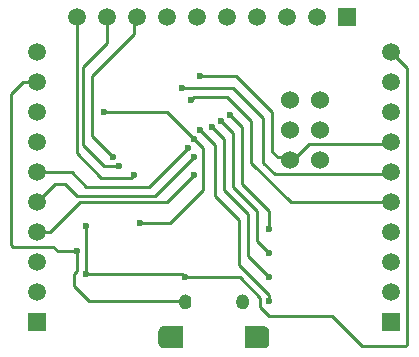
<source format=gbl>
G04*
G04 #@! TF.GenerationSoftware,Altium Limited,Altium Designer,20.2.4 (192)*
G04*
G04 Layer_Physical_Order=2*
G04 Layer_Color=16711680*
%FSLAX25Y25*%
%MOIN*%
G70*
G04*
G04 #@! TF.SameCoordinates,10D436F5-3F1F-4B74-8332-D6DC9BA31C1D*
G04*
G04*
G04 #@! TF.FilePolarity,Positive*
G04*
G01*
G75*
%ADD11C,0.01000*%
%ADD36C,0.06000*%
%ADD40C,0.05906*%
%ADD41R,0.05906X0.05906*%
%ADD42R,0.05906X0.05906*%
%ADD43O,0.03740X0.07480*%
%ADD44C,0.04134*%
%ADD45C,0.02362*%
G36*
X210236Y121752D02*
Y118012D01*
X203886D01*
X203783Y118017D01*
X203680Y118028D01*
X203578Y118044D01*
X203477Y118066D01*
X203378Y118092D01*
X203280Y118124D01*
X203184Y118161D01*
X203089Y118203D01*
X202997Y118250D01*
X202908Y118301D01*
X202822Y118357D01*
X202738Y118418D01*
X202658Y118483D01*
X202582Y118552D01*
X202509Y118625D01*
X202440Y118701D01*
X202375Y118781D01*
X202314Y118865D01*
X202258Y118951D01*
X202206Y119041D01*
X202160Y119132D01*
X202118Y119227D01*
X202081Y119323D01*
X202049Y119421D01*
X202022Y119521D01*
X202001Y119621D01*
X201985Y119723D01*
X201974Y119826D01*
X201969Y119929D01*
Y119980D01*
Y121752D01*
Y123524D01*
Y123575D01*
X201974Y123678D01*
X201985Y123781D01*
X202001Y123882D01*
X202022Y123983D01*
X202049Y124083D01*
X202081Y124181D01*
X202118Y124277D01*
X202160Y124371D01*
X202206Y124463D01*
X202258Y124553D01*
X202314Y124639D01*
X202375Y124722D01*
X202440Y124802D01*
X202509Y124879D01*
X202582Y124952D01*
X202658Y125021D01*
X202738Y125086D01*
X202822Y125146D01*
X202908Y125203D01*
X202997Y125254D01*
X203089Y125301D01*
X203184Y125343D01*
X203280Y125380D01*
X203378Y125412D01*
X203477Y125438D01*
X203578Y125460D01*
X203680Y125476D01*
X203783Y125487D01*
X203886Y125492D01*
X210236D01*
Y121752D01*
D02*
G37*
G36*
X211087Y136018D02*
X211195Y136007D01*
X211302Y135990D01*
X211408Y135967D01*
X211512Y135939D01*
X211615Y135906D01*
X211716Y135867D01*
X211815Y135823D01*
X211912Y135774D01*
X212005Y135720D01*
X212096Y135661D01*
X212184Y135597D01*
X212268Y135529D01*
X212349Y135457D01*
X212425Y135380D01*
X212497Y135300D01*
X212565Y135215D01*
X212629Y135128D01*
X212688Y135037D01*
X212742Y134943D01*
X212791Y134847D01*
X212835Y134748D01*
X212874Y134647D01*
X212908Y134544D01*
X212936Y134439D01*
X212958Y134334D01*
X212975Y134227D01*
X212986Y134119D01*
X212992Y134011D01*
Y133957D01*
Y133169D01*
Y133115D01*
X212986Y133007D01*
X212975Y132899D01*
X212958Y132792D01*
X212936Y132687D01*
X212908Y132582D01*
X212874Y132479D01*
X212835Y132378D01*
X212791Y132279D01*
X212742Y132183D01*
X212688Y132089D01*
X212629Y131998D01*
X212566Y131911D01*
X212497Y131826D01*
X212425Y131746D01*
X212349Y131669D01*
X212268Y131597D01*
X212184Y131529D01*
X212096Y131465D01*
X212005Y131406D01*
X211912Y131352D01*
X211815Y131303D01*
X211717Y131259D01*
X211615Y131220D01*
X211512Y131187D01*
X211408Y131159D01*
X211302Y131136D01*
X211195Y131119D01*
X211087Y131108D01*
X210979Y131102D01*
X210871D01*
X210763Y131108D01*
X210655Y131119D01*
X210548Y131136D01*
X210442Y131159D01*
X210338Y131187D01*
X210235Y131220D01*
X210134Y131259D01*
X210035Y131303D01*
X209939Y131352D01*
X209845Y131406D01*
X209754Y131465D01*
X209666Y131529D01*
X209582Y131597D01*
X209502Y131669D01*
X209425Y131746D01*
X209353Y131826D01*
X209285Y131911D01*
X209221Y131998D01*
X209162Y132089D01*
X209108Y132183D01*
X209059Y132279D01*
X209015Y132378D01*
X208976Y132479D01*
X208943Y132582D01*
X208915Y132687D01*
X208892Y132792D01*
X208875Y132899D01*
X208864Y133007D01*
X208858Y133115D01*
Y133169D01*
Y133957D01*
Y134011D01*
X208864Y134119D01*
X208875Y134227D01*
X208892Y134334D01*
X208915Y134439D01*
X208943Y134544D01*
X208976Y134647D01*
X209015Y134748D01*
X209059Y134847D01*
X209108Y134943D01*
X209162Y135037D01*
X209221Y135128D01*
X209285Y135215D01*
X209353Y135300D01*
X209425Y135380D01*
X209502Y135457D01*
X209582Y135529D01*
X209666Y135597D01*
X209754Y135661D01*
X209845Y135720D01*
X209939Y135774D01*
X210035Y135823D01*
X210134Y135867D01*
X210235Y135906D01*
X210338Y135939D01*
X210442Y135967D01*
X210548Y135990D01*
X210655Y136007D01*
X210763Y136018D01*
X210871Y136024D01*
X210979D01*
X211087Y136018D01*
D02*
G37*
G36*
X237162Y125487D02*
X237265Y125476D01*
X237367Y125460D01*
X237468Y125438D01*
X237567Y125412D01*
X237665Y125380D01*
X237761Y125343D01*
X237856Y125301D01*
X237948Y125254D01*
X238037Y125203D01*
X238123Y125146D01*
X238207Y125086D01*
X238287Y125021D01*
X238363Y124952D01*
X238436Y124879D01*
X238505Y124802D01*
X238570Y124722D01*
X238631Y124639D01*
X238687Y124553D01*
X238738Y124463D01*
X238785Y124371D01*
X238827Y124277D01*
X238864Y124181D01*
X238896Y124083D01*
X238923Y123983D01*
X238944Y123882D01*
X238960Y123781D01*
X238971Y123678D01*
X238976Y123575D01*
Y123524D01*
Y121752D01*
Y119980D01*
Y119929D01*
X238971Y119826D01*
X238960Y119723D01*
X238944Y119621D01*
X238923Y119521D01*
X238896Y119421D01*
X238864Y119323D01*
X238827Y119227D01*
X238785Y119132D01*
X238738Y119041D01*
X238687Y118951D01*
X238631Y118865D01*
X238570Y118781D01*
X238505Y118701D01*
X238436Y118625D01*
X238363Y118552D01*
X238287Y118483D01*
X238207Y118418D01*
X238123Y118357D01*
X238037Y118301D01*
X237948Y118250D01*
X237856Y118203D01*
X237761Y118161D01*
X237665Y118124D01*
X237567Y118092D01*
X237468Y118066D01*
X237367Y118044D01*
X237265Y118028D01*
X237162Y118017D01*
X237059Y118012D01*
X230709D01*
Y121752D01*
Y125492D01*
X237059D01*
X237162Y125487D01*
D02*
G37*
G36*
X230182Y136018D02*
X230290Y136007D01*
X230397Y135990D01*
X230502Y135967D01*
X230607Y135939D01*
X230710Y135906D01*
X230811Y135867D01*
X230910Y135823D01*
X231006Y135774D01*
X231100Y135720D01*
X231191Y135661D01*
X231278Y135597D01*
X231363Y135529D01*
X231443Y135457D01*
X231520Y135380D01*
X231592Y135300D01*
X231660Y135215D01*
X231724Y135128D01*
X231783Y135037D01*
X231837Y134943D01*
X231886Y134847D01*
X231930Y134748D01*
X231969Y134647D01*
X232002Y134544D01*
X232030Y134439D01*
X232053Y134334D01*
X232070Y134227D01*
X232081Y134119D01*
X232087Y134011D01*
Y133957D01*
Y133169D01*
Y133115D01*
X232081Y133007D01*
X232070Y132899D01*
X232053Y132792D01*
X232030Y132687D01*
X232002Y132582D01*
X231969Y132479D01*
X231930Y132378D01*
X231886Y132279D01*
X231837Y132183D01*
X231783Y132089D01*
X231724Y131998D01*
X231660Y131911D01*
X231592Y131826D01*
X231520Y131746D01*
X231443Y131669D01*
X231363Y131597D01*
X231278Y131529D01*
X231191Y131465D01*
X231100Y131406D01*
X231006Y131352D01*
X230910Y131303D01*
X230811Y131259D01*
X230710Y131220D01*
X230607Y131187D01*
X230502Y131159D01*
X230397Y131136D01*
X230290Y131119D01*
X230182Y131108D01*
X230074Y131102D01*
X229966D01*
X229857Y131108D01*
X229750Y131119D01*
X229643Y131136D01*
X229537Y131159D01*
X229432Y131187D01*
X229329Y131220D01*
X229228Y131259D01*
X229130Y131303D01*
X229033Y131352D01*
X228939Y131406D01*
X228849Y131465D01*
X228761Y131529D01*
X228677Y131597D01*
X228596Y131669D01*
X228520Y131746D01*
X228447Y131826D01*
X228379Y131911D01*
X228316Y131998D01*
X228257Y132089D01*
X228203Y132183D01*
X228153Y132279D01*
X228110Y132378D01*
X228071Y132479D01*
X228037Y132582D01*
X228009Y132687D01*
X227987Y132792D01*
X227970Y132899D01*
X227958Y133007D01*
X227953Y133115D01*
Y133169D01*
Y133957D01*
Y134011D01*
X227958Y134119D01*
X227970Y134227D01*
X227987Y134334D01*
X228009Y134439D01*
X228037Y134544D01*
X228071Y134647D01*
X228110Y134748D01*
X228153Y134847D01*
X228203Y134943D01*
X228257Y135037D01*
X228316Y135128D01*
X228379Y135215D01*
X228447Y135300D01*
X228520Y135380D01*
X228596Y135457D01*
X228677Y135529D01*
X228761Y135597D01*
X228849Y135661D01*
X228939Y135720D01*
X229033Y135774D01*
X229130Y135823D01*
X229228Y135867D01*
X229329Y135906D01*
X229432Y135939D01*
X229537Y135967D01*
X229643Y135990D01*
X229750Y136007D01*
X229857Y136018D01*
X229965Y136024D01*
X230074D01*
X230182Y136018D01*
D02*
G37*
%LPC*%
G36*
X207118Y124705D02*
X206170D01*
X206108Y124701D01*
X206047Y124695D01*
X205985Y124685D01*
X205925Y124672D01*
X205865Y124656D01*
X205806Y124637D01*
X205749Y124615D01*
X205692Y124590D01*
X205637Y124562D01*
X205584Y124531D01*
X205532Y124497D01*
X205482Y124461D01*
X205434Y124422D01*
X205387Y124381D01*
X205344Y124337D01*
X205302Y124291D01*
X205263Y124243D01*
X205227Y124193D01*
X205193Y124141D01*
X205162Y124087D01*
X205134Y124032D01*
X205109Y123976D01*
X205087Y123918D01*
X205068Y123859D01*
X205052Y123799D01*
X205039Y123739D01*
X205029Y123678D01*
X205023Y123616D01*
X205020Y123555D01*
Y123524D01*
Y121752D01*
Y119882D01*
Y119853D01*
X205023Y119797D01*
X205029Y119740D01*
X205037Y119685D01*
X205049Y119629D01*
X205064Y119574D01*
X205081Y119520D01*
X205102Y119467D01*
X205125Y119416D01*
X205151Y119365D01*
X205179Y119316D01*
X205210Y119268D01*
X205243Y119223D01*
X205279Y119178D01*
X205317Y119136D01*
X205357Y119096D01*
X205399Y119058D01*
X205443Y119023D01*
X205489Y118989D01*
X205537Y118958D01*
X205586Y118930D01*
X205636Y118904D01*
X205688Y118881D01*
X205741Y118861D01*
X205795Y118843D01*
X205850Y118829D01*
X205905Y118817D01*
X205961Y118808D01*
X206017Y118802D01*
X206074Y118799D01*
X207118D01*
X207179Y118802D01*
X207241Y118809D01*
X207302Y118819D01*
X207362Y118831D01*
X207422Y118848D01*
X207481Y118867D01*
X207539Y118889D01*
X207595Y118914D01*
X207650Y118942D01*
X207704Y118973D01*
X207756Y119007D01*
X207806Y119043D01*
X207854Y119082D01*
X207900Y119123D01*
X207944Y119167D01*
X207985Y119213D01*
X208024Y119261D01*
X208060Y119311D01*
X208094Y119363D01*
X208125Y119416D01*
X208153Y119472D01*
X208178Y119528D01*
X208200Y119586D01*
X208220Y119645D01*
X208236Y119704D01*
X208248Y119765D01*
X208258Y119826D01*
X208264Y119888D01*
X208268Y119949D01*
Y119980D01*
Y121752D01*
Y123524D01*
Y123555D01*
X208264Y123616D01*
X208258Y123678D01*
X208248Y123739D01*
X208236Y123799D01*
X208220Y123859D01*
X208200Y123918D01*
X208178Y123976D01*
X208153Y124032D01*
X208125Y124087D01*
X208094Y124141D01*
X208060Y124193D01*
X208024Y124243D01*
X207985Y124291D01*
X207944Y124337D01*
X207900Y124381D01*
X207854Y124422D01*
X207806Y124461D01*
X207756Y124497D01*
X207704Y124531D01*
X207650Y124562D01*
X207595Y124590D01*
X207539Y124615D01*
X207481Y124637D01*
X207422Y124656D01*
X207362Y124672D01*
X207302Y124685D01*
X207241Y124695D01*
X207179Y124701D01*
X207118Y124705D01*
D02*
G37*
G36*
X210959Y135236D02*
X210892D01*
X210825Y135233D01*
X210758Y135226D01*
X210692Y135215D01*
X210626Y135201D01*
X210562Y135184D01*
X210498Y135163D01*
X210435Y135139D01*
X210374Y135112D01*
X210314Y135082D01*
X210256Y135048D01*
X210200Y135011D01*
X210146Y134972D01*
X210094Y134930D01*
X210044Y134885D01*
X209997Y134838D01*
X209952Y134788D01*
X209910Y134736D01*
X209870Y134682D01*
X209834Y134625D01*
X209800Y134567D01*
X209770Y134508D01*
X209743Y134447D01*
X209719Y134384D01*
X209698Y134320D01*
X209681Y134256D01*
X209667Y134190D01*
X209656Y134124D01*
X209649Y134057D01*
X209646Y133990D01*
Y133957D01*
Y133169D01*
Y133136D01*
X209649Y133069D01*
X209656Y133002D01*
X209667Y132936D01*
X209681Y132870D01*
X209698Y132806D01*
X209719Y132742D01*
X209743Y132679D01*
X209770Y132618D01*
X209800Y132559D01*
X209834Y132501D01*
X209870Y132444D01*
X209910Y132390D01*
X209952Y132338D01*
X209997Y132288D01*
X210044Y132241D01*
X210094Y132196D01*
X210146Y132154D01*
X210200Y132114D01*
X210256Y132078D01*
X210314Y132044D01*
X210374Y132014D01*
X210435Y131987D01*
X210498Y131963D01*
X210562Y131942D01*
X210626Y131925D01*
X210692Y131911D01*
X210758Y131900D01*
X210825Y131893D01*
X210892Y131890D01*
X210959D01*
X211026Y131893D01*
X211092Y131900D01*
X211158Y131911D01*
X211224Y131925D01*
X211289Y131942D01*
X211352Y131963D01*
X211415Y131987D01*
X211476Y132014D01*
X211536Y132044D01*
X211594Y132078D01*
X211650Y132114D01*
X211704Y132154D01*
X211756Y132196D01*
X211806Y132241D01*
X211854Y132288D01*
X211898Y132338D01*
X211941Y132390D01*
X211980Y132444D01*
X212017Y132501D01*
X212050Y132559D01*
X212081Y132618D01*
X212108Y132679D01*
X212132Y132742D01*
X212152Y132806D01*
X212170Y132870D01*
X212184Y132936D01*
X212194Y133002D01*
X212201Y133069D01*
X212205Y133136D01*
Y133169D01*
Y133957D01*
Y133990D01*
X212201Y134057D01*
X212194Y134124D01*
X212184Y134190D01*
X212170Y134256D01*
X212152Y134320D01*
X212132Y134384D01*
X212108Y134447D01*
X212081Y134508D01*
X212050Y134567D01*
X212017Y134625D01*
X211980Y134682D01*
X211941Y134736D01*
X211898Y134788D01*
X211854Y134838D01*
X211806Y134885D01*
X211756Y134930D01*
X211704Y134972D01*
X211650Y135011D01*
X211594Y135048D01*
X211536Y135082D01*
X211476Y135112D01*
X211415Y135139D01*
X211352Y135163D01*
X211289Y135184D01*
X211224Y135201D01*
X211158Y135215D01*
X211092Y135226D01*
X211026Y135233D01*
X210959Y135236D01*
D02*
G37*
G36*
X234871Y124705D02*
X233827D01*
X233766Y124701D01*
X233704Y124695D01*
X233643Y124685D01*
X233582Y124672D01*
X233523Y124656D01*
X233464Y124637D01*
X233406Y124615D01*
X233350Y124590D01*
X233295Y124562D01*
X233241Y124531D01*
X233189Y124497D01*
X233139Y124461D01*
X233091Y124422D01*
X233045Y124381D01*
X233001Y124337D01*
X232960Y124291D01*
X232921Y124243D01*
X232885Y124193D01*
X232851Y124141D01*
X232820Y124087D01*
X232792Y124032D01*
X232767Y123976D01*
X232745Y123918D01*
X232725Y123859D01*
X232709Y123799D01*
X232697Y123739D01*
X232687Y123678D01*
X232680Y123616D01*
X232677Y123555D01*
Y123524D01*
Y121752D01*
Y119980D01*
Y119949D01*
X232680Y119888D01*
X232687Y119826D01*
X232697Y119765D01*
X232709Y119704D01*
X232725Y119645D01*
X232745Y119586D01*
X232767Y119528D01*
X232792Y119472D01*
X232820Y119416D01*
X232851Y119363D01*
X232885Y119311D01*
X232921Y119261D01*
X232960Y119213D01*
X233001Y119167D01*
X233045Y119123D01*
X233091Y119082D01*
X233139Y119043D01*
X233189Y119007D01*
X233241Y118973D01*
X233295Y118942D01*
X233350Y118914D01*
X233406Y118889D01*
X233464Y118867D01*
X233523Y118848D01*
X233582Y118831D01*
X233643Y118819D01*
X233704Y118809D01*
X233766Y118802D01*
X233827Y118799D01*
X234775D01*
X234837Y118802D01*
X234898Y118809D01*
X234959Y118819D01*
X235020Y118831D01*
X235080Y118848D01*
X235139Y118867D01*
X235196Y118889D01*
X235253Y118914D01*
X235308Y118942D01*
X235361Y118973D01*
X235413Y119007D01*
X235463Y119043D01*
X235511Y119082D01*
X235557Y119123D01*
X235601Y119167D01*
X235643Y119213D01*
X235682Y119261D01*
X235718Y119311D01*
X235752Y119363D01*
X235782Y119417D01*
X235810Y119472D01*
X235836Y119528D01*
X235858Y119586D01*
X235877Y119645D01*
X235893Y119704D01*
X235906Y119765D01*
X235915Y119826D01*
X235922Y119888D01*
X235925Y119949D01*
Y119980D01*
Y121752D01*
Y123622D01*
Y123650D01*
X235922Y123707D01*
X235916Y123763D01*
X235907Y123819D01*
X235896Y123875D01*
X235881Y123930D01*
X235863Y123984D01*
X235843Y124037D01*
X235820Y124088D01*
X235794Y124139D01*
X235766Y124188D01*
X235735Y124235D01*
X235702Y124281D01*
X235666Y124325D01*
X235628Y124368D01*
X235588Y124408D01*
X235546Y124446D01*
X235502Y124481D01*
X235456Y124515D01*
X235408Y124546D01*
X235359Y124574D01*
X235309Y124600D01*
X235257Y124623D01*
X235204Y124643D01*
X235150Y124661D01*
X235095Y124675D01*
X235040Y124687D01*
X234984Y124696D01*
X234928Y124702D01*
X234871Y124705D01*
D02*
G37*
G36*
X230053Y135236D02*
X229986D01*
X229919Y135233D01*
X229853Y135226D01*
X229786Y135215D01*
X229721Y135201D01*
X229656Y135184D01*
X229592Y135163D01*
X229530Y135139D01*
X229469Y135112D01*
X229409Y135082D01*
X229351Y135048D01*
X229295Y135011D01*
X229240Y134972D01*
X229188Y134930D01*
X229139Y134885D01*
X229091Y134838D01*
X229046Y134788D01*
X229004Y134736D01*
X228965Y134682D01*
X228928Y134625D01*
X228895Y134567D01*
X228864Y134508D01*
X228837Y134447D01*
X228813Y134384D01*
X228792Y134320D01*
X228775Y134256D01*
X228761Y134190D01*
X228751Y134124D01*
X228744Y134057D01*
X228740Y133990D01*
Y133957D01*
Y133169D01*
Y133136D01*
X228744Y133069D01*
X228751Y133002D01*
X228761Y132936D01*
X228775Y132870D01*
X228792Y132806D01*
X228813Y132742D01*
X228837Y132679D01*
X228864Y132618D01*
X228895Y132559D01*
X228928Y132501D01*
X228965Y132444D01*
X229004Y132390D01*
X229046Y132338D01*
X229091Y132288D01*
X229139Y132241D01*
X229188Y132196D01*
X229240Y132154D01*
X229295Y132114D01*
X229351Y132078D01*
X229409Y132044D01*
X229469Y132014D01*
X229530Y131987D01*
X229592Y131963D01*
X229656Y131942D01*
X229721Y131925D01*
X229786Y131911D01*
X229853Y131900D01*
X229919Y131893D01*
X229986Y131890D01*
X230053D01*
X230120Y131893D01*
X230187Y131900D01*
X230253Y131911D01*
X230318Y131925D01*
X230383Y131942D01*
X230447Y131963D01*
X230509Y131987D01*
X230571Y132014D01*
X230630Y132044D01*
X230689Y132078D01*
X230745Y132114D01*
X230799Y132154D01*
X230851Y132196D01*
X230901Y132241D01*
X230948Y132288D01*
X230993Y132338D01*
X231035Y132390D01*
X231075Y132444D01*
X231111Y132501D01*
X231144Y132559D01*
X231175Y132618D01*
X231202Y132679D01*
X231226Y132742D01*
X231247Y132806D01*
X231264Y132870D01*
X231278Y132936D01*
X231289Y133002D01*
X231296Y133069D01*
X231299Y133136D01*
Y133169D01*
Y133957D01*
Y133990D01*
X231296Y134057D01*
X231289Y134124D01*
X231278Y134190D01*
X231264Y134256D01*
X231247Y134320D01*
X231226Y134384D01*
X231202Y134447D01*
X231175Y134508D01*
X231144Y134567D01*
X231111Y134625D01*
X231075Y134682D01*
X231035Y134736D01*
X230993Y134788D01*
X230948Y134838D01*
X230901Y134885D01*
X230851Y134930D01*
X230799Y134972D01*
X230745Y135011D01*
X230689Y135048D01*
X230630Y135082D01*
X230571Y135112D01*
X230509Y135139D01*
X230447Y135163D01*
X230383Y135184D01*
X230318Y135201D01*
X230253Y135215D01*
X230187Y135226D01*
X230120Y135233D01*
X230053Y135236D01*
D02*
G37*
%LPD*%
D11*
X184000Y197000D02*
X205000D01*
X214000Y188000D01*
X216000Y191000D02*
X221000Y186000D01*
X180000Y189000D02*
Y209000D01*
Y189000D02*
X187000Y182000D01*
X180000Y209000D02*
X194000Y223000D01*
X177000Y186000D02*
X184000Y179000D01*
X177000Y212000D02*
X184724Y219724D01*
X177000Y186000D02*
Y212000D01*
X174724Y183276D02*
X183000Y175000D01*
X174724Y183276D02*
Y228346D01*
X196000Y160000D02*
X206000D01*
X217000Y171000D01*
X214000Y188000D02*
X217000Y185000D01*
Y171000D02*
Y185000D01*
X199000Y172000D02*
X212000Y185000D01*
X205000Y167000D02*
X214000Y176000D01*
X176000Y167000D02*
X205000D01*
X201000Y169000D02*
X214000Y182000D01*
X175000Y169000D02*
X201000D01*
X153000Y203000D02*
X156850Y206850D01*
X153586Y152000D02*
X167000D01*
X153000Y152586D02*
X153586Y152000D01*
X153000Y152586D02*
Y203000D01*
X270000Y119000D02*
X284414D01*
X279528Y216850D02*
X285000Y211378D01*
Y119586D02*
Y211378D01*
X284414Y119000D02*
X285000Y119586D01*
X260000Y129000D02*
X270000Y119000D01*
X239000Y129000D02*
X260000D01*
X236000Y132000D02*
X239000Y129000D01*
X229316Y141684D02*
X236000Y135000D01*
Y132000D02*
Y135000D01*
X210983Y141684D02*
X229316D01*
X178000Y143000D02*
Y159000D01*
Y143000D02*
X210000D01*
X211000Y142000D01*
X174000Y139000D02*
Y143000D01*
X179000Y134000D02*
X210488D01*
X174000Y139000D02*
X179000Y134000D01*
X174823Y143823D02*
Y150352D01*
X174000Y143000D02*
X174823Y143823D01*
X210488Y134000D02*
X210925Y133563D01*
X221000Y169000D02*
X229000Y161000D01*
Y146000D02*
X239000Y136000D01*
X229000Y146000D02*
Y161000D01*
X224000Y171000D02*
X232000Y163000D01*
Y149000D02*
Y163000D01*
Y149000D02*
X239000Y142000D01*
X224000Y171000D02*
Y188000D01*
X221000Y169000D02*
Y186000D01*
X220000Y192000D02*
X224000Y188000D01*
X223000Y194000D02*
X227000Y190000D01*
Y172000D02*
X235000Y164000D01*
X227000Y172000D02*
Y190000D01*
X156850Y206850D02*
X161417D01*
X168648Y150352D02*
X174823D01*
X167000Y152000D02*
X168648Y150352D01*
X178000Y172000D02*
X199000D01*
X165870Y156870D02*
X176000Y167000D01*
X171000Y173000D02*
X175000Y169000D01*
X161417Y156850D02*
X161437Y156870D01*
X165870D01*
X167567Y173000D02*
X171000D01*
X161417Y166850D02*
X167567Y173000D01*
X161417Y176850D02*
X173150D01*
X178000Y172000D01*
X193000Y175000D02*
X194000Y176000D01*
X183000Y175000D02*
X193000D01*
X184000Y179000D02*
X189000D01*
X184724Y219724D02*
Y228346D01*
X194000Y227622D02*
X194724Y228346D01*
X194000Y223000D02*
Y227622D01*
X240000Y183586D02*
Y197000D01*
X244949Y181744D02*
X245905Y180787D01*
X241842Y181744D02*
X244949D01*
X240000Y183586D02*
X241842Y181744D01*
X216000Y209000D02*
X228000D01*
X240000Y197000D01*
X210000Y205000D02*
X227000D01*
X237000Y180000D02*
Y195000D01*
X227000Y205000D02*
X237000Y195000D01*
X213000Y201000D02*
X214000Y202000D01*
X239000Y134000D02*
Y136000D01*
X235000Y154000D02*
X239000Y150000D01*
X235000Y154000D02*
Y164000D01*
X230000Y173000D02*
X239000Y164000D01*
Y158000D02*
Y164000D01*
X226000Y196000D02*
X230000Y192000D01*
Y173000D02*
Y192000D01*
X233000Y180000D02*
X246150Y166850D01*
X225000Y202000D02*
X233000Y194000D01*
Y180000D02*
Y194000D01*
X214000Y202000D02*
X225000D01*
X246150Y166850D02*
X279528D01*
X237000Y180000D02*
X240713Y176287D01*
X278965D02*
X279528Y176850D01*
X240713Y176287D02*
X278965D01*
Y186287D02*
X279528Y186850D01*
X252287Y186287D02*
X278965D01*
X246787Y180787D02*
X252287Y186287D01*
X245905Y180787D02*
X246787D01*
D36*
X255906Y200787D02*
D03*
Y190787D02*
D03*
Y180787D02*
D03*
X245905D02*
D03*
Y190787D02*
D03*
Y200787D02*
D03*
D40*
X279528Y136850D02*
D03*
Y146850D02*
D03*
Y156850D02*
D03*
Y166850D02*
D03*
Y176850D02*
D03*
Y186850D02*
D03*
Y196850D02*
D03*
Y206850D02*
D03*
Y216850D02*
D03*
X161417Y136850D02*
D03*
Y146850D02*
D03*
Y156850D02*
D03*
Y166850D02*
D03*
Y176850D02*
D03*
Y186850D02*
D03*
Y196850D02*
D03*
Y206850D02*
D03*
Y216850D02*
D03*
X254724Y228346D02*
D03*
X244724D02*
D03*
X234724D02*
D03*
X224724D02*
D03*
X214724D02*
D03*
X204724D02*
D03*
X194724D02*
D03*
X184724D02*
D03*
X174724D02*
D03*
D41*
X279528Y126850D02*
D03*
X161417D02*
D03*
D42*
X264724Y228346D02*
D03*
D43*
X234301Y121752D02*
D03*
X206644D02*
D03*
D44*
X230020Y133563D02*
D03*
X210925D02*
D03*
D45*
X216000Y191000D02*
D03*
X184000Y197000D02*
D03*
X214000Y188000D02*
D03*
X212000Y185000D02*
D03*
X214000Y176000D02*
D03*
Y182000D02*
D03*
X196000Y160000D02*
D03*
X187000Y182000D02*
D03*
X210983Y141684D02*
D03*
X194000Y176000D02*
D03*
X189000Y179000D02*
D03*
X216000Y209000D02*
D03*
X213000Y201000D02*
D03*
X210000Y205000D02*
D03*
X178000Y143000D02*
D03*
Y159000D02*
D03*
X174823Y150352D02*
D03*
X239000Y134000D02*
D03*
Y142000D02*
D03*
Y150000D02*
D03*
Y158000D02*
D03*
X220000Y192000D02*
D03*
X223000Y194000D02*
D03*
X226000Y196000D02*
D03*
M02*

</source>
